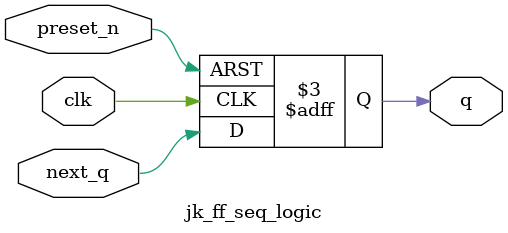
<source format=sv>
module jk_ff_preset_top (
    input  wire clk,
    input  wire preset_n,
    input  wire j,
    input  wire k,
    output wire q
);
    // Internal signals
    wire [1:0] jk_combined;
    wire next_state;
    wire current_q;
    
    // Combinational logic module
    jk_ff_comb_logic u_comb_logic (
        .j(j),
        .k(k),
        .current_q(current_q),
        .jk_combined(jk_combined),
        .next_state(next_state)
    );
    
    // Sequential logic module
    jk_ff_seq_logic u_seq_logic (
        .clk(clk),
        .preset_n(preset_n),
        .next_q(next_state),
        .q(current_q)
    );
    
    // Output assignment
    assign q = current_q;
    
endmodule

//-----------------------------------------------------------------------------
// Module: jk_ff_comb_logic
// Description: Combined module for all combinational logic of JK flip-flop
//-----------------------------------------------------------------------------
module jk_ff_comb_logic (
    input  wire j,
    input  wire k,
    input  wire current_q,
    output wire [1:0] jk_combined,
    output wire next_state
);
    // Combine J and K into a single control bus
    assign jk_combined = {j, k};
    
    // Next state determination based on JK inputs and current state
    reg next_state_reg;
    
    always @(*) begin
        case (jk_combined)
            2'b00: next_state_reg = current_q;    // Hold state
            2'b01: next_state_reg = 1'b0;         // Reset
            2'b10: next_state_reg = 1'b1;         // Set
            2'b11: next_state_reg = ~current_q;   // Toggle
            default: next_state_reg = current_q;  // Default case
        endcase
    end
    
    assign next_state = next_state_reg;
    
endmodule

//-----------------------------------------------------------------------------
// Module: jk_ff_seq_logic
// Description: Sequential logic module containing all registers
//-----------------------------------------------------------------------------
module jk_ff_seq_logic (
    input  wire clk,
    input  wire preset_n,
    input  wire next_q,
    output reg  q
);
    // State register with asynchronous preset
    always @(posedge clk or negedge preset_n) begin
        if (!preset_n)
            q <= 1'b1;  // Preset active (active low)
        else
            q <= next_q;
    end
    
    // Output assignment to internal signal
    
endmodule
</source>
